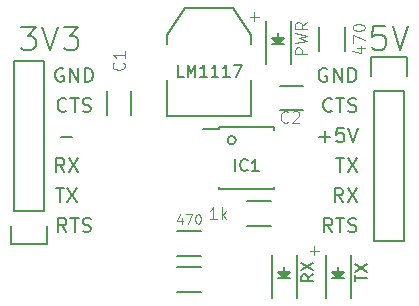
<source format=gbr>
G04 #@! TF.FileFunction,Legend,Top*
%FSLAX46Y46*%
G04 Gerber Fmt 4.6, Leading zero omitted, Abs format (unit mm)*
G04 Created by KiCad (PCBNEW 4.0.2-stable) date Sunday, 27 May 2018 'pmt' 21:04:44*
%MOMM*%
G01*
G04 APERTURE LIST*
%ADD10C,0.100000*%
%ADD11C,0.200000*%
%ADD12C,0.150000*%
G04 APERTURE END LIST*
D10*
D11*
X179324286Y-112302857D02*
X178924286Y-111731429D01*
X178638571Y-112302857D02*
X178638571Y-111102857D01*
X179095714Y-111102857D01*
X179210000Y-111160000D01*
X179267143Y-111217143D01*
X179324286Y-111331429D01*
X179324286Y-111502857D01*
X179267143Y-111617143D01*
X179210000Y-111674286D01*
X179095714Y-111731429D01*
X178638571Y-111731429D01*
X179667143Y-111102857D02*
X180352857Y-111102857D01*
X180010000Y-112302857D02*
X180010000Y-111102857D01*
X180695714Y-112245714D02*
X180867143Y-112302857D01*
X181152857Y-112302857D01*
X181267143Y-112245714D01*
X181324286Y-112188571D01*
X181381429Y-112074286D01*
X181381429Y-111960000D01*
X181324286Y-111845714D01*
X181267143Y-111788571D01*
X181152857Y-111731429D01*
X180924286Y-111674286D01*
X180810000Y-111617143D01*
X180752857Y-111560000D01*
X180695714Y-111445714D01*
X180695714Y-111331429D01*
X180752857Y-111217143D01*
X180810000Y-111160000D01*
X180924286Y-111102857D01*
X181210000Y-111102857D01*
X181381429Y-111160000D01*
D10*
X172339048Y-94051429D02*
X173100953Y-94051429D01*
X172720001Y-94432381D02*
X172720001Y-93670476D01*
X177419048Y-113863429D02*
X178180953Y-113863429D01*
X177800001Y-114244381D02*
X177800001Y-113482476D01*
D11*
X156822858Y-112302857D02*
X156422858Y-111731429D01*
X156137143Y-112302857D02*
X156137143Y-111102857D01*
X156594286Y-111102857D01*
X156708572Y-111160000D01*
X156765715Y-111217143D01*
X156822858Y-111331429D01*
X156822858Y-111502857D01*
X156765715Y-111617143D01*
X156708572Y-111674286D01*
X156594286Y-111731429D01*
X156137143Y-111731429D01*
X157165715Y-111102857D02*
X157851429Y-111102857D01*
X157508572Y-112302857D02*
X157508572Y-111102857D01*
X158194286Y-112245714D02*
X158365715Y-112302857D01*
X158651429Y-112302857D01*
X158765715Y-112245714D01*
X158822858Y-112188571D01*
X158880001Y-112074286D01*
X158880001Y-111960000D01*
X158822858Y-111845714D01*
X158765715Y-111788571D01*
X158651429Y-111731429D01*
X158422858Y-111674286D01*
X158308572Y-111617143D01*
X158251429Y-111560000D01*
X158194286Y-111445714D01*
X158194286Y-111331429D01*
X158251429Y-111217143D01*
X158308572Y-111160000D01*
X158422858Y-111102857D01*
X158708572Y-111102857D01*
X158880001Y-111160000D01*
X156645001Y-107222857D02*
X156245001Y-106651429D01*
X155959286Y-107222857D02*
X155959286Y-106022857D01*
X156416429Y-106022857D01*
X156530715Y-106080000D01*
X156587858Y-106137143D01*
X156645001Y-106251429D01*
X156645001Y-106422857D01*
X156587858Y-106537143D01*
X156530715Y-106594286D01*
X156416429Y-106651429D01*
X155959286Y-106651429D01*
X157045001Y-106022857D02*
X157845001Y-107222857D01*
X157845001Y-106022857D02*
X157045001Y-107222857D01*
X180238572Y-109762857D02*
X179838572Y-109191429D01*
X179552857Y-109762857D02*
X179552857Y-108562857D01*
X180010000Y-108562857D01*
X180124286Y-108620000D01*
X180181429Y-108677143D01*
X180238572Y-108791429D01*
X180238572Y-108962857D01*
X180181429Y-109077143D01*
X180124286Y-109134286D01*
X180010000Y-109191429D01*
X179552857Y-109191429D01*
X180638572Y-108562857D02*
X181438572Y-109762857D01*
X181438572Y-108562857D02*
X180638572Y-109762857D01*
X179667143Y-106022857D02*
X180352857Y-106022857D01*
X180010000Y-107222857D02*
X180010000Y-106022857D01*
X180638572Y-106022857D02*
X181438572Y-107222857D01*
X181438572Y-106022857D02*
X180638572Y-107222857D01*
X178238572Y-104225714D02*
X179152858Y-104225714D01*
X178695715Y-104682857D02*
X178695715Y-103768571D01*
X180295715Y-103482857D02*
X179724286Y-103482857D01*
X179667143Y-104054286D01*
X179724286Y-103997143D01*
X179838572Y-103940000D01*
X180124286Y-103940000D01*
X180238572Y-103997143D01*
X180295715Y-104054286D01*
X180352858Y-104168571D01*
X180352858Y-104454286D01*
X180295715Y-104568571D01*
X180238572Y-104625714D01*
X180124286Y-104682857D01*
X179838572Y-104682857D01*
X179724286Y-104625714D01*
X179667143Y-104568571D01*
X180695715Y-103482857D02*
X181095715Y-104682857D01*
X181495715Y-103482857D01*
X179324286Y-102028571D02*
X179267143Y-102085714D01*
X179095714Y-102142857D01*
X178981428Y-102142857D01*
X178810000Y-102085714D01*
X178695714Y-101971429D01*
X178638571Y-101857143D01*
X178581428Y-101628571D01*
X178581428Y-101457143D01*
X178638571Y-101228571D01*
X178695714Y-101114286D01*
X178810000Y-101000000D01*
X178981428Y-100942857D01*
X179095714Y-100942857D01*
X179267143Y-101000000D01*
X179324286Y-101057143D01*
X179667143Y-100942857D02*
X180352857Y-100942857D01*
X180010000Y-102142857D02*
X180010000Y-100942857D01*
X180695714Y-102085714D02*
X180867143Y-102142857D01*
X181152857Y-102142857D01*
X181267143Y-102085714D01*
X181324286Y-102028571D01*
X181381429Y-101914286D01*
X181381429Y-101800000D01*
X181324286Y-101685714D01*
X181267143Y-101628571D01*
X181152857Y-101571429D01*
X180924286Y-101514286D01*
X180810000Y-101457143D01*
X180752857Y-101400000D01*
X180695714Y-101285714D01*
X180695714Y-101171429D01*
X180752857Y-101057143D01*
X180810000Y-101000000D01*
X180924286Y-100942857D01*
X181210000Y-100942857D01*
X181381429Y-101000000D01*
X178867143Y-98460000D02*
X178752857Y-98402857D01*
X178581428Y-98402857D01*
X178410000Y-98460000D01*
X178295714Y-98574286D01*
X178238571Y-98688571D01*
X178181428Y-98917143D01*
X178181428Y-99088571D01*
X178238571Y-99317143D01*
X178295714Y-99431429D01*
X178410000Y-99545714D01*
X178581428Y-99602857D01*
X178695714Y-99602857D01*
X178867143Y-99545714D01*
X178924286Y-99488571D01*
X178924286Y-99088571D01*
X178695714Y-99088571D01*
X179438571Y-99602857D02*
X179438571Y-98402857D01*
X180124286Y-99602857D01*
X180124286Y-98402857D01*
X180695714Y-99602857D02*
X180695714Y-98402857D01*
X180981429Y-98402857D01*
X181152857Y-98460000D01*
X181267143Y-98574286D01*
X181324286Y-98688571D01*
X181381429Y-98917143D01*
X181381429Y-99088571D01*
X181324286Y-99317143D01*
X181267143Y-99431429D01*
X181152857Y-99545714D01*
X180981429Y-99602857D01*
X180695714Y-99602857D01*
X156565715Y-98460000D02*
X156451429Y-98402857D01*
X156280000Y-98402857D01*
X156108572Y-98460000D01*
X155994286Y-98574286D01*
X155937143Y-98688571D01*
X155880000Y-98917143D01*
X155880000Y-99088571D01*
X155937143Y-99317143D01*
X155994286Y-99431429D01*
X156108572Y-99545714D01*
X156280000Y-99602857D01*
X156394286Y-99602857D01*
X156565715Y-99545714D01*
X156622858Y-99488571D01*
X156622858Y-99088571D01*
X156394286Y-99088571D01*
X157137143Y-99602857D02*
X157137143Y-98402857D01*
X157822858Y-99602857D01*
X157822858Y-98402857D01*
X158394286Y-99602857D02*
X158394286Y-98402857D01*
X158680001Y-98402857D01*
X158851429Y-98460000D01*
X158965715Y-98574286D01*
X159022858Y-98688571D01*
X159080001Y-98917143D01*
X159080001Y-99088571D01*
X159022858Y-99317143D01*
X158965715Y-99431429D01*
X158851429Y-99545714D01*
X158680001Y-99602857D01*
X158394286Y-99602857D01*
X156822858Y-102028571D02*
X156765715Y-102085714D01*
X156594286Y-102142857D01*
X156480000Y-102142857D01*
X156308572Y-102085714D01*
X156194286Y-101971429D01*
X156137143Y-101857143D01*
X156080000Y-101628571D01*
X156080000Y-101457143D01*
X156137143Y-101228571D01*
X156194286Y-101114286D01*
X156308572Y-101000000D01*
X156480000Y-100942857D01*
X156594286Y-100942857D01*
X156765715Y-101000000D01*
X156822858Y-101057143D01*
X157165715Y-100942857D02*
X157851429Y-100942857D01*
X157508572Y-102142857D02*
X157508572Y-100942857D01*
X158194286Y-102085714D02*
X158365715Y-102142857D01*
X158651429Y-102142857D01*
X158765715Y-102085714D01*
X158822858Y-102028571D01*
X158880001Y-101914286D01*
X158880001Y-101800000D01*
X158822858Y-101685714D01*
X158765715Y-101628571D01*
X158651429Y-101571429D01*
X158422858Y-101514286D01*
X158308572Y-101457143D01*
X158251429Y-101400000D01*
X158194286Y-101285714D01*
X158194286Y-101171429D01*
X158251429Y-101057143D01*
X158308572Y-101000000D01*
X158422858Y-100942857D01*
X158708572Y-100942857D01*
X158880001Y-101000000D01*
X156387857Y-104225714D02*
X157302143Y-104225714D01*
X155930715Y-108562857D02*
X156616429Y-108562857D01*
X156273572Y-109762857D02*
X156273572Y-108562857D01*
X156902144Y-108562857D02*
X157702144Y-109762857D01*
X157702144Y-108562857D02*
X156902144Y-109762857D01*
D12*
X174154000Y-111819000D02*
X172154000Y-111819000D01*
X172154000Y-109669000D02*
X174154000Y-109669000D01*
X160265000Y-100370000D02*
X160265000Y-102370000D01*
X162315000Y-102370000D02*
X162315000Y-100370000D01*
X176895000Y-99940000D02*
X174895000Y-99940000D01*
X174895000Y-101990000D02*
X176895000Y-101990000D01*
X165354000Y-99441000D02*
X165354000Y-102489000D01*
X165354000Y-102489000D02*
X172466000Y-102489000D01*
X172466000Y-102489000D02*
X172466000Y-99441000D01*
X165354000Y-96393000D02*
X165354000Y-95631000D01*
X165354000Y-95631000D02*
X166878000Y-93345000D01*
X166878000Y-93345000D02*
X170942000Y-93345000D01*
X170942000Y-93345000D02*
X172466000Y-95631000D01*
X172466000Y-95631000D02*
X172466000Y-96393000D01*
X152400000Y-110490000D02*
X152400000Y-97790000D01*
X152400000Y-97790000D02*
X154940000Y-97790000D01*
X154940000Y-97790000D02*
X154940000Y-110490000D01*
X152120000Y-113310000D02*
X152120000Y-111760000D01*
X152400000Y-110490000D02*
X154940000Y-110490000D01*
X155220000Y-111760000D02*
X155220000Y-113310000D01*
X155220000Y-113310000D02*
X152120000Y-113310000D01*
X185420000Y-100330000D02*
X185420000Y-113030000D01*
X185420000Y-113030000D02*
X182880000Y-113030000D01*
X182880000Y-113030000D02*
X182880000Y-100330000D01*
X185700000Y-97510000D02*
X185700000Y-99060000D01*
X185420000Y-100330000D02*
X182880000Y-100330000D01*
X182600000Y-99060000D02*
X182600000Y-97510000D01*
X182600000Y-97510000D02*
X185700000Y-97510000D01*
X166206000Y-115257000D02*
X168206000Y-115257000D01*
X168206000Y-117407000D02*
X166206000Y-117407000D01*
X166206000Y-112209000D02*
X168206000Y-112209000D01*
X168206000Y-114359000D02*
X166206000Y-114359000D01*
X175802000Y-98057860D02*
X175802000Y-94457860D01*
X173702000Y-98057860D02*
X173702000Y-94457860D01*
X174452000Y-96007860D02*
X175052000Y-96007860D01*
X175052000Y-96007860D02*
X174752000Y-96307860D01*
X174752000Y-96307860D02*
X174552000Y-96107860D01*
X174552000Y-96107860D02*
X174802000Y-96107860D01*
X174802000Y-96107860D02*
X174752000Y-96157860D01*
X174252000Y-96407860D02*
X175252000Y-96407860D01*
X174752000Y-95907860D02*
X174752000Y-95407860D01*
X174752000Y-96407860D02*
X174252000Y-95907860D01*
X174252000Y-95907860D02*
X175252000Y-95907860D01*
X175252000Y-95907860D02*
X174752000Y-96407860D01*
X176310000Y-117869860D02*
X176310000Y-114269860D01*
X174210000Y-117869860D02*
X174210000Y-114269860D01*
X174960000Y-115819860D02*
X175560000Y-115819860D01*
X175560000Y-115819860D02*
X175260000Y-116119860D01*
X175260000Y-116119860D02*
X175060000Y-115919860D01*
X175060000Y-115919860D02*
X175310000Y-115919860D01*
X175310000Y-115919860D02*
X175260000Y-115969860D01*
X174760000Y-116219860D02*
X175760000Y-116219860D01*
X175260000Y-115719860D02*
X175260000Y-115219860D01*
X175260000Y-116219860D02*
X174760000Y-115719860D01*
X174760000Y-115719860D02*
X175760000Y-115719860D01*
X175760000Y-115719860D02*
X175260000Y-116219860D01*
X180882000Y-117869860D02*
X180882000Y-114269860D01*
X178782000Y-117869860D02*
X178782000Y-114269860D01*
X179532000Y-115819860D02*
X180132000Y-115819860D01*
X180132000Y-115819860D02*
X179832000Y-116119860D01*
X179832000Y-116119860D02*
X179632000Y-115919860D01*
X179632000Y-115919860D02*
X179882000Y-115919860D01*
X179882000Y-115919860D02*
X179832000Y-115969860D01*
X179332000Y-116219860D02*
X180332000Y-116219860D01*
X179832000Y-115719860D02*
X179832000Y-115219860D01*
X179832000Y-116219860D02*
X179332000Y-115719860D01*
X179332000Y-115719860D02*
X180332000Y-115719860D01*
X180332000Y-115719860D02*
X179832000Y-116219860D01*
X171174210Y-104521000D02*
G75*
G03X171174210Y-104521000I-359210J0D01*
G01*
X169760000Y-103420000D02*
X169760000Y-103545000D01*
X174410000Y-103420000D02*
X174410000Y-103645000D01*
X174410000Y-108670000D02*
X174410000Y-108445000D01*
X169760000Y-108670000D02*
X169760000Y-108445000D01*
X169760000Y-103420000D02*
X174410000Y-103420000D01*
X169760000Y-108670000D02*
X174410000Y-108670000D01*
X169760000Y-103545000D02*
X168410000Y-103545000D01*
X180399000Y-94938000D02*
X180399000Y-96938000D01*
X178249000Y-96938000D02*
X178249000Y-94938000D01*
D10*
X169552953Y-111196381D02*
X168981524Y-111196381D01*
X169267238Y-111196381D02*
X169267238Y-110196381D01*
X169172000Y-110339238D01*
X169076762Y-110434476D01*
X168981524Y-110482095D01*
X169981524Y-111196381D02*
X169981524Y-110196381D01*
X170076762Y-110815429D02*
X170362477Y-111196381D01*
X170362477Y-110529714D02*
X169981524Y-110910667D01*
X161647143Y-97956666D02*
X161694762Y-98004285D01*
X161742381Y-98147142D01*
X161742381Y-98242380D01*
X161694762Y-98385238D01*
X161599524Y-98480476D01*
X161504286Y-98528095D01*
X161313810Y-98575714D01*
X161170952Y-98575714D01*
X160980476Y-98528095D01*
X160885238Y-98480476D01*
X160790000Y-98385238D01*
X160742381Y-98242380D01*
X160742381Y-98147142D01*
X160790000Y-98004285D01*
X160837619Y-97956666D01*
X161742381Y-97004285D02*
X161742381Y-97575714D01*
X161742381Y-97290000D02*
X160742381Y-97290000D01*
X160885238Y-97385238D01*
X160980476Y-97480476D01*
X161028095Y-97575714D01*
X175601334Y-102973143D02*
X175553715Y-103020762D01*
X175410858Y-103068381D01*
X175315620Y-103068381D01*
X175172762Y-103020762D01*
X175077524Y-102925524D01*
X175029905Y-102830286D01*
X174982286Y-102639810D01*
X174982286Y-102496952D01*
X175029905Y-102306476D01*
X175077524Y-102211238D01*
X175172762Y-102116000D01*
X175315620Y-102068381D01*
X175410858Y-102068381D01*
X175553715Y-102116000D01*
X175601334Y-102163619D01*
X175982286Y-102163619D02*
X176029905Y-102116000D01*
X176125143Y-102068381D01*
X176363239Y-102068381D01*
X176458477Y-102116000D01*
X176506096Y-102163619D01*
X176553715Y-102258857D01*
X176553715Y-102354095D01*
X176506096Y-102496952D01*
X175934667Y-103068381D01*
X176553715Y-103068381D01*
D12*
X166743334Y-99131381D02*
X166267143Y-99131381D01*
X166267143Y-98131381D01*
X167076667Y-99131381D02*
X167076667Y-98131381D01*
X167410001Y-98845667D01*
X167743334Y-98131381D01*
X167743334Y-99131381D01*
X168743334Y-99131381D02*
X168171905Y-99131381D01*
X168457619Y-99131381D02*
X168457619Y-98131381D01*
X168362381Y-98274238D01*
X168267143Y-98369476D01*
X168171905Y-98417095D01*
X169695715Y-99131381D02*
X169124286Y-99131381D01*
X169410000Y-99131381D02*
X169410000Y-98131381D01*
X169314762Y-98274238D01*
X169219524Y-98369476D01*
X169124286Y-98417095D01*
X170648096Y-99131381D02*
X170076667Y-99131381D01*
X170362381Y-99131381D02*
X170362381Y-98131381D01*
X170267143Y-98274238D01*
X170171905Y-98369476D01*
X170076667Y-98417095D01*
X170981429Y-98131381D02*
X171648096Y-98131381D01*
X171219524Y-99131381D01*
X152971809Y-94916762D02*
X154209905Y-94916762D01*
X153543238Y-95678667D01*
X153828952Y-95678667D01*
X154019428Y-95773905D01*
X154114666Y-95869143D01*
X154209905Y-96059619D01*
X154209905Y-96535810D01*
X154114666Y-96726286D01*
X154019428Y-96821524D01*
X153828952Y-96916762D01*
X153257524Y-96916762D01*
X153067047Y-96821524D01*
X152971809Y-96726286D01*
X154781333Y-94916762D02*
X155448000Y-96916762D01*
X156114667Y-94916762D01*
X156590857Y-94916762D02*
X157828953Y-94916762D01*
X157162286Y-95678667D01*
X157448000Y-95678667D01*
X157638476Y-95773905D01*
X157733714Y-95869143D01*
X157828953Y-96059619D01*
X157828953Y-96535810D01*
X157733714Y-96726286D01*
X157638476Y-96821524D01*
X157448000Y-96916762D01*
X156876572Y-96916762D01*
X156686095Y-96821524D01*
X156590857Y-96726286D01*
X183769047Y-94864762D02*
X182816666Y-94864762D01*
X182721428Y-95817143D01*
X182816666Y-95721905D01*
X183007143Y-95626667D01*
X183483333Y-95626667D01*
X183673809Y-95721905D01*
X183769047Y-95817143D01*
X183864286Y-96007619D01*
X183864286Y-96483810D01*
X183769047Y-96674286D01*
X183673809Y-96769524D01*
X183483333Y-96864762D01*
X183007143Y-96864762D01*
X182816666Y-96769524D01*
X182721428Y-96674286D01*
X184435714Y-94864762D02*
X185102381Y-96864762D01*
X185769048Y-94864762D01*
D10*
X166596476Y-111080571D02*
X166596476Y-111613905D01*
X166406000Y-110775810D02*
X166215524Y-111347238D01*
X166710762Y-111347238D01*
X166939334Y-110813905D02*
X167472667Y-110813905D01*
X167129810Y-111613905D01*
X167929810Y-110813905D02*
X168006001Y-110813905D01*
X168082191Y-110852000D01*
X168120286Y-110890095D01*
X168158382Y-110966286D01*
X168196477Y-111118667D01*
X168196477Y-111309143D01*
X168158382Y-111461524D01*
X168120286Y-111537714D01*
X168082191Y-111575810D01*
X168006001Y-111613905D01*
X167929810Y-111613905D01*
X167853620Y-111575810D01*
X167815524Y-111537714D01*
X167777429Y-111461524D01*
X167739334Y-111309143D01*
X167739334Y-111118667D01*
X167777429Y-110966286D01*
X167815524Y-110890095D01*
X167853620Y-110852000D01*
X167929810Y-110813905D01*
X177204381Y-97241193D02*
X176204381Y-97241193D01*
X176204381Y-96860240D01*
X176252000Y-96765002D01*
X176299619Y-96717383D01*
X176394857Y-96669764D01*
X176537714Y-96669764D01*
X176632952Y-96717383D01*
X176680571Y-96765002D01*
X176728190Y-96860240D01*
X176728190Y-97241193D01*
X176204381Y-96336431D02*
X177204381Y-96098336D01*
X176490095Y-95907859D01*
X177204381Y-95717383D01*
X176204381Y-95479288D01*
X177204381Y-94526907D02*
X176728190Y-94860241D01*
X177204381Y-95098336D02*
X176204381Y-95098336D01*
X176204381Y-94717383D01*
X176252000Y-94622145D01*
X176299619Y-94574526D01*
X176394857Y-94526907D01*
X176537714Y-94526907D01*
X176632952Y-94574526D01*
X176680571Y-94622145D01*
X176728190Y-94717383D01*
X176728190Y-95098336D01*
D12*
X177712381Y-115886526D02*
X177236190Y-116219860D01*
X177712381Y-116457955D02*
X176712381Y-116457955D01*
X176712381Y-116077002D01*
X176760000Y-115981764D01*
X176807619Y-115934145D01*
X176902857Y-115886526D01*
X177045714Y-115886526D01*
X177140952Y-115934145D01*
X177188571Y-115981764D01*
X177236190Y-116077002D01*
X177236190Y-116457955D01*
X176712381Y-115553193D02*
X177712381Y-114886526D01*
X176712381Y-114886526D02*
X177712381Y-115553193D01*
X181284381Y-116481765D02*
X181284381Y-115910336D01*
X182284381Y-116196051D02*
X181284381Y-116196051D01*
X181284381Y-115672241D02*
X182284381Y-115005574D01*
X181284381Y-115005574D02*
X182284381Y-115672241D01*
X171108810Y-107132381D02*
X171108810Y-106132381D01*
X172156429Y-107037143D02*
X172108810Y-107084762D01*
X171965953Y-107132381D01*
X171870715Y-107132381D01*
X171727857Y-107084762D01*
X171632619Y-106989524D01*
X171585000Y-106894286D01*
X171537381Y-106703810D01*
X171537381Y-106560952D01*
X171585000Y-106370476D01*
X171632619Y-106275238D01*
X171727857Y-106180000D01*
X171870715Y-106132381D01*
X171965953Y-106132381D01*
X172108810Y-106180000D01*
X172156429Y-106227619D01*
X173108810Y-107132381D02*
X172537381Y-107132381D01*
X172823095Y-107132381D02*
X172823095Y-106132381D01*
X172727857Y-106275238D01*
X172632619Y-106370476D01*
X172537381Y-106418095D01*
D10*
X181409714Y-96699904D02*
X182076381Y-96699904D01*
X181028762Y-96938000D02*
X181743048Y-97176095D01*
X181743048Y-96557047D01*
X181076381Y-96271333D02*
X181076381Y-95604666D01*
X182076381Y-96033238D01*
X181076381Y-95033238D02*
X181076381Y-94937999D01*
X181124000Y-94842761D01*
X181171619Y-94795142D01*
X181266857Y-94747523D01*
X181457333Y-94699904D01*
X181695429Y-94699904D01*
X181885905Y-94747523D01*
X181981143Y-94795142D01*
X182028762Y-94842761D01*
X182076381Y-94937999D01*
X182076381Y-95033238D01*
X182028762Y-95128476D01*
X181981143Y-95176095D01*
X181885905Y-95223714D01*
X181695429Y-95271333D01*
X181457333Y-95271333D01*
X181266857Y-95223714D01*
X181171619Y-95176095D01*
X181124000Y-95128476D01*
X181076381Y-95033238D01*
M02*

</source>
